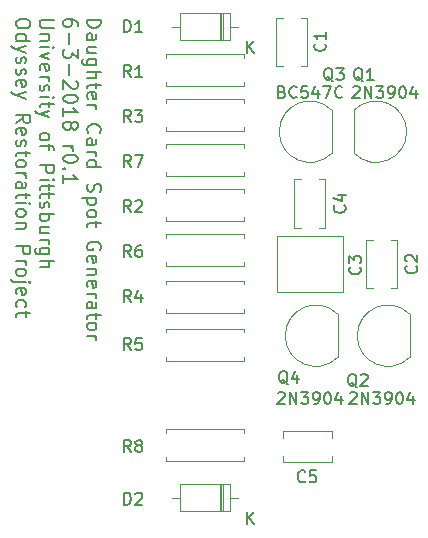
<source format=gbr>
G04 #@! TF.GenerationSoftware,KiCad,Pcbnew,(2017-12-21 revision 23d71cfa9)-makepkg*
G04 #@! TF.CreationDate,2018-06-03T16:52:53-04:00*
G04 #@! TF.ProjectId,OdysseyDaughterCardSpotGenerator,4F647973736579446175676874657243,0.1*
G04 #@! TF.SameCoordinates,Original*
G04 #@! TF.FileFunction,Legend,Top*
G04 #@! TF.FilePolarity,Positive*
%FSLAX46Y46*%
G04 Gerber Fmt 4.6, Leading zero omitted, Abs format (unit mm)*
G04 Created by KiCad (PCBNEW (2017-12-21 revision 23d71cfa9)-makepkg) date 06/03/18 16:52:53*
%MOMM*%
%LPD*%
G01*
G04 APERTURE LIST*
%ADD10C,0.200000*%
%ADD11C,0.120000*%
%ADD12C,0.150000*%
G04 APERTURE END LIST*
D10*
X130981142Y-80171714D02*
X132181142Y-80171714D01*
X132181142Y-80457428D01*
X132124000Y-80628857D01*
X132009714Y-80743142D01*
X131895428Y-80800285D01*
X131666857Y-80857428D01*
X131495428Y-80857428D01*
X131266857Y-80800285D01*
X131152571Y-80743142D01*
X131038285Y-80628857D01*
X130981142Y-80457428D01*
X130981142Y-80171714D01*
X130981142Y-81886000D02*
X131609714Y-81886000D01*
X131724000Y-81828857D01*
X131781142Y-81714571D01*
X131781142Y-81486000D01*
X131724000Y-81371714D01*
X131038285Y-81886000D02*
X130981142Y-81771714D01*
X130981142Y-81486000D01*
X131038285Y-81371714D01*
X131152571Y-81314571D01*
X131266857Y-81314571D01*
X131381142Y-81371714D01*
X131438285Y-81486000D01*
X131438285Y-81771714D01*
X131495428Y-81886000D01*
X131781142Y-82971714D02*
X130981142Y-82971714D01*
X131781142Y-82457428D02*
X131152571Y-82457428D01*
X131038285Y-82514571D01*
X130981142Y-82628857D01*
X130981142Y-82800285D01*
X131038285Y-82914571D01*
X131095428Y-82971714D01*
X131781142Y-84057428D02*
X130809714Y-84057428D01*
X130695428Y-84000285D01*
X130638285Y-83943142D01*
X130581142Y-83828857D01*
X130581142Y-83657428D01*
X130638285Y-83543142D01*
X131038285Y-84057428D02*
X130981142Y-83943142D01*
X130981142Y-83714571D01*
X131038285Y-83600285D01*
X131095428Y-83543142D01*
X131209714Y-83486000D01*
X131552571Y-83486000D01*
X131666857Y-83543142D01*
X131724000Y-83600285D01*
X131781142Y-83714571D01*
X131781142Y-83943142D01*
X131724000Y-84057428D01*
X130981142Y-84628857D02*
X132181142Y-84628857D01*
X130981142Y-85143142D02*
X131609714Y-85143142D01*
X131724000Y-85086000D01*
X131781142Y-84971714D01*
X131781142Y-84800285D01*
X131724000Y-84686000D01*
X131666857Y-84628857D01*
X131781142Y-85543142D02*
X131781142Y-86000285D01*
X132181142Y-85714571D02*
X131152571Y-85714571D01*
X131038285Y-85771714D01*
X130981142Y-85886000D01*
X130981142Y-86000285D01*
X131038285Y-86857428D02*
X130981142Y-86743142D01*
X130981142Y-86514571D01*
X131038285Y-86400285D01*
X131152571Y-86343142D01*
X131609714Y-86343142D01*
X131724000Y-86400285D01*
X131781142Y-86514571D01*
X131781142Y-86743142D01*
X131724000Y-86857428D01*
X131609714Y-86914571D01*
X131495428Y-86914571D01*
X131381142Y-86343142D01*
X130981142Y-87428857D02*
X131781142Y-87428857D01*
X131552571Y-87428857D02*
X131666857Y-87486000D01*
X131724000Y-87543142D01*
X131781142Y-87657428D01*
X131781142Y-87771714D01*
X131095428Y-89771714D02*
X131038285Y-89714571D01*
X130981142Y-89543142D01*
X130981142Y-89428857D01*
X131038285Y-89257428D01*
X131152571Y-89143142D01*
X131266857Y-89086000D01*
X131495428Y-89028857D01*
X131666857Y-89028857D01*
X131895428Y-89086000D01*
X132009714Y-89143142D01*
X132124000Y-89257428D01*
X132181142Y-89428857D01*
X132181142Y-89543142D01*
X132124000Y-89714571D01*
X132066857Y-89771714D01*
X130981142Y-90800285D02*
X131609714Y-90800285D01*
X131724000Y-90743142D01*
X131781142Y-90628857D01*
X131781142Y-90400285D01*
X131724000Y-90286000D01*
X131038285Y-90800285D02*
X130981142Y-90686000D01*
X130981142Y-90400285D01*
X131038285Y-90286000D01*
X131152571Y-90228857D01*
X131266857Y-90228857D01*
X131381142Y-90286000D01*
X131438285Y-90400285D01*
X131438285Y-90686000D01*
X131495428Y-90800285D01*
X130981142Y-91371714D02*
X131781142Y-91371714D01*
X131552571Y-91371714D02*
X131666857Y-91428857D01*
X131724000Y-91486000D01*
X131781142Y-91600285D01*
X131781142Y-91714571D01*
X130981142Y-92628857D02*
X132181142Y-92628857D01*
X131038285Y-92628857D02*
X130981142Y-92514571D01*
X130981142Y-92286000D01*
X131038285Y-92171714D01*
X131095428Y-92114571D01*
X131209714Y-92057428D01*
X131552571Y-92057428D01*
X131666857Y-92114571D01*
X131724000Y-92171714D01*
X131781142Y-92286000D01*
X131781142Y-92514571D01*
X131724000Y-92628857D01*
X131038285Y-94057428D02*
X130981142Y-94228857D01*
X130981142Y-94514571D01*
X131038285Y-94628857D01*
X131095428Y-94686000D01*
X131209714Y-94743142D01*
X131324000Y-94743142D01*
X131438285Y-94686000D01*
X131495428Y-94628857D01*
X131552571Y-94514571D01*
X131609714Y-94286000D01*
X131666857Y-94171714D01*
X131724000Y-94114571D01*
X131838285Y-94057428D01*
X131952571Y-94057428D01*
X132066857Y-94114571D01*
X132124000Y-94171714D01*
X132181142Y-94286000D01*
X132181142Y-94571714D01*
X132124000Y-94743142D01*
X131781142Y-95257428D02*
X130581142Y-95257428D01*
X131724000Y-95257428D02*
X131781142Y-95371714D01*
X131781142Y-95600285D01*
X131724000Y-95714571D01*
X131666857Y-95771714D01*
X131552571Y-95828857D01*
X131209714Y-95828857D01*
X131095428Y-95771714D01*
X131038285Y-95714571D01*
X130981142Y-95600285D01*
X130981142Y-95371714D01*
X131038285Y-95257428D01*
X130981142Y-96514571D02*
X131038285Y-96400285D01*
X131095428Y-96343142D01*
X131209714Y-96286000D01*
X131552571Y-96286000D01*
X131666857Y-96343142D01*
X131724000Y-96400285D01*
X131781142Y-96514571D01*
X131781142Y-96686000D01*
X131724000Y-96800285D01*
X131666857Y-96857428D01*
X131552571Y-96914571D01*
X131209714Y-96914571D01*
X131095428Y-96857428D01*
X131038285Y-96800285D01*
X130981142Y-96686000D01*
X130981142Y-96514571D01*
X131781142Y-97257428D02*
X131781142Y-97714571D01*
X132181142Y-97428857D02*
X131152571Y-97428857D01*
X131038285Y-97486000D01*
X130981142Y-97600285D01*
X130981142Y-97714571D01*
X132124000Y-99657428D02*
X132181142Y-99543142D01*
X132181142Y-99371714D01*
X132124000Y-99200285D01*
X132009714Y-99086000D01*
X131895428Y-99028857D01*
X131666857Y-98971714D01*
X131495428Y-98971714D01*
X131266857Y-99028857D01*
X131152571Y-99086000D01*
X131038285Y-99200285D01*
X130981142Y-99371714D01*
X130981142Y-99486000D01*
X131038285Y-99657428D01*
X131095428Y-99714571D01*
X131495428Y-99714571D01*
X131495428Y-99486000D01*
X131038285Y-100686000D02*
X130981142Y-100571714D01*
X130981142Y-100343142D01*
X131038285Y-100228857D01*
X131152571Y-100171714D01*
X131609714Y-100171714D01*
X131724000Y-100228857D01*
X131781142Y-100343142D01*
X131781142Y-100571714D01*
X131724000Y-100686000D01*
X131609714Y-100743142D01*
X131495428Y-100743142D01*
X131381142Y-100171714D01*
X131781142Y-101257428D02*
X130981142Y-101257428D01*
X131666857Y-101257428D02*
X131724000Y-101314571D01*
X131781142Y-101428857D01*
X131781142Y-101600285D01*
X131724000Y-101714571D01*
X131609714Y-101771714D01*
X130981142Y-101771714D01*
X131038285Y-102800285D02*
X130981142Y-102686000D01*
X130981142Y-102457428D01*
X131038285Y-102343142D01*
X131152571Y-102286000D01*
X131609714Y-102286000D01*
X131724000Y-102343142D01*
X131781142Y-102457428D01*
X131781142Y-102686000D01*
X131724000Y-102800285D01*
X131609714Y-102857428D01*
X131495428Y-102857428D01*
X131381142Y-102286000D01*
X130981142Y-103371714D02*
X131781142Y-103371714D01*
X131552571Y-103371714D02*
X131666857Y-103428857D01*
X131724000Y-103486000D01*
X131781142Y-103600285D01*
X131781142Y-103714571D01*
X130981142Y-104628857D02*
X131609714Y-104628857D01*
X131724000Y-104571714D01*
X131781142Y-104457428D01*
X131781142Y-104228857D01*
X131724000Y-104114571D01*
X131038285Y-104628857D02*
X130981142Y-104514571D01*
X130981142Y-104228857D01*
X131038285Y-104114571D01*
X131152571Y-104057428D01*
X131266857Y-104057428D01*
X131381142Y-104114571D01*
X131438285Y-104228857D01*
X131438285Y-104514571D01*
X131495428Y-104628857D01*
X131781142Y-105028857D02*
X131781142Y-105486000D01*
X132181142Y-105200285D02*
X131152571Y-105200285D01*
X131038285Y-105257428D01*
X130981142Y-105371714D01*
X130981142Y-105486000D01*
X130981142Y-106057428D02*
X131038285Y-105943142D01*
X131095428Y-105886000D01*
X131209714Y-105828857D01*
X131552571Y-105828857D01*
X131666857Y-105886000D01*
X131724000Y-105943142D01*
X131781142Y-106057428D01*
X131781142Y-106228857D01*
X131724000Y-106343142D01*
X131666857Y-106400285D01*
X131552571Y-106457428D01*
X131209714Y-106457428D01*
X131095428Y-106400285D01*
X131038285Y-106343142D01*
X130981142Y-106228857D01*
X130981142Y-106057428D01*
X130981142Y-106971714D02*
X131781142Y-106971714D01*
X131552571Y-106971714D02*
X131666857Y-107028857D01*
X131724000Y-107086000D01*
X131781142Y-107200285D01*
X131781142Y-107314571D01*
X130181142Y-80686000D02*
X130181142Y-80457428D01*
X130124000Y-80343142D01*
X130066857Y-80286000D01*
X129895428Y-80171714D01*
X129666857Y-80114571D01*
X129209714Y-80114571D01*
X129095428Y-80171714D01*
X129038285Y-80228857D01*
X128981142Y-80343142D01*
X128981142Y-80571714D01*
X129038285Y-80686000D01*
X129095428Y-80743142D01*
X129209714Y-80800285D01*
X129495428Y-80800285D01*
X129609714Y-80743142D01*
X129666857Y-80686000D01*
X129724000Y-80571714D01*
X129724000Y-80343142D01*
X129666857Y-80228857D01*
X129609714Y-80171714D01*
X129495428Y-80114571D01*
X129438285Y-81314571D02*
X129438285Y-82228857D01*
X130181142Y-82686000D02*
X130181142Y-83428857D01*
X129724000Y-83028857D01*
X129724000Y-83200285D01*
X129666857Y-83314571D01*
X129609714Y-83371714D01*
X129495428Y-83428857D01*
X129209714Y-83428857D01*
X129095428Y-83371714D01*
X129038285Y-83314571D01*
X128981142Y-83200285D01*
X128981142Y-82857428D01*
X129038285Y-82743142D01*
X129095428Y-82686000D01*
X129438285Y-83943142D02*
X129438285Y-84857428D01*
X130066857Y-85371714D02*
X130124000Y-85428857D01*
X130181142Y-85543142D01*
X130181142Y-85828857D01*
X130124000Y-85943142D01*
X130066857Y-86000285D01*
X129952571Y-86057428D01*
X129838285Y-86057428D01*
X129666857Y-86000285D01*
X128981142Y-85314571D01*
X128981142Y-86057428D01*
X130181142Y-86800285D02*
X130181142Y-86914571D01*
X130124000Y-87028857D01*
X130066857Y-87086000D01*
X129952571Y-87143142D01*
X129724000Y-87200285D01*
X129438285Y-87200285D01*
X129209714Y-87143142D01*
X129095428Y-87086000D01*
X129038285Y-87028857D01*
X128981142Y-86914571D01*
X128981142Y-86800285D01*
X129038285Y-86686000D01*
X129095428Y-86628857D01*
X129209714Y-86571714D01*
X129438285Y-86514571D01*
X129724000Y-86514571D01*
X129952571Y-86571714D01*
X130066857Y-86628857D01*
X130124000Y-86686000D01*
X130181142Y-86800285D01*
X128981142Y-88343142D02*
X128981142Y-87657428D01*
X128981142Y-88000285D02*
X130181142Y-88000285D01*
X130009714Y-87886000D01*
X129895428Y-87771714D01*
X129838285Y-87657428D01*
X129666857Y-89028857D02*
X129724000Y-88914571D01*
X129781142Y-88857428D01*
X129895428Y-88800285D01*
X129952571Y-88800285D01*
X130066857Y-88857428D01*
X130124000Y-88914571D01*
X130181142Y-89028857D01*
X130181142Y-89257428D01*
X130124000Y-89371714D01*
X130066857Y-89428857D01*
X129952571Y-89486000D01*
X129895428Y-89486000D01*
X129781142Y-89428857D01*
X129724000Y-89371714D01*
X129666857Y-89257428D01*
X129666857Y-89028857D01*
X129609714Y-88914571D01*
X129552571Y-88857428D01*
X129438285Y-88800285D01*
X129209714Y-88800285D01*
X129095428Y-88857428D01*
X129038285Y-88914571D01*
X128981142Y-89028857D01*
X128981142Y-89257428D01*
X129038285Y-89371714D01*
X129095428Y-89428857D01*
X129209714Y-89486000D01*
X129438285Y-89486000D01*
X129552571Y-89428857D01*
X129609714Y-89371714D01*
X129666857Y-89257428D01*
X128981142Y-90914571D02*
X129781142Y-90914571D01*
X129552571Y-90914571D02*
X129666857Y-90971714D01*
X129724000Y-91028857D01*
X129781142Y-91143142D01*
X129781142Y-91257428D01*
X130181142Y-91886000D02*
X130181142Y-92000285D01*
X130124000Y-92114571D01*
X130066857Y-92171714D01*
X129952571Y-92228857D01*
X129724000Y-92286000D01*
X129438285Y-92286000D01*
X129209714Y-92228857D01*
X129095428Y-92171714D01*
X129038285Y-92114571D01*
X128981142Y-92000285D01*
X128981142Y-91886000D01*
X129038285Y-91771714D01*
X129095428Y-91714571D01*
X129209714Y-91657428D01*
X129438285Y-91600285D01*
X129724000Y-91600285D01*
X129952571Y-91657428D01*
X130066857Y-91714571D01*
X130124000Y-91771714D01*
X130181142Y-91886000D01*
X129095428Y-92800285D02*
X129038285Y-92857428D01*
X128981142Y-92800285D01*
X129038285Y-92743142D01*
X129095428Y-92800285D01*
X128981142Y-92800285D01*
X128981142Y-94000285D02*
X128981142Y-93314571D01*
X128981142Y-93657428D02*
X130181142Y-93657428D01*
X130009714Y-93543142D01*
X129895428Y-93428857D01*
X129838285Y-93314571D01*
X128181142Y-80171714D02*
X127209714Y-80171714D01*
X127095428Y-80228857D01*
X127038285Y-80286000D01*
X126981142Y-80400285D01*
X126981142Y-80628857D01*
X127038285Y-80743142D01*
X127095428Y-80800285D01*
X127209714Y-80857428D01*
X128181142Y-80857428D01*
X127781142Y-81428857D02*
X126981142Y-81428857D01*
X127666857Y-81428857D02*
X127724000Y-81486000D01*
X127781142Y-81600285D01*
X127781142Y-81771714D01*
X127724000Y-81886000D01*
X127609714Y-81943142D01*
X126981142Y-81943142D01*
X126981142Y-82514571D02*
X127781142Y-82514571D01*
X128181142Y-82514571D02*
X128124000Y-82457428D01*
X128066857Y-82514571D01*
X128124000Y-82571714D01*
X128181142Y-82514571D01*
X128066857Y-82514571D01*
X127781142Y-82971714D02*
X126981142Y-83257428D01*
X127781142Y-83543142D01*
X127038285Y-84457428D02*
X126981142Y-84343142D01*
X126981142Y-84114571D01*
X127038285Y-84000285D01*
X127152571Y-83943142D01*
X127609714Y-83943142D01*
X127724000Y-84000285D01*
X127781142Y-84114571D01*
X127781142Y-84343142D01*
X127724000Y-84457428D01*
X127609714Y-84514571D01*
X127495428Y-84514571D01*
X127381142Y-83943142D01*
X126981142Y-85028857D02*
X127781142Y-85028857D01*
X127552571Y-85028857D02*
X127666857Y-85086000D01*
X127724000Y-85143142D01*
X127781142Y-85257428D01*
X127781142Y-85371714D01*
X127038285Y-85714571D02*
X126981142Y-85828857D01*
X126981142Y-86057428D01*
X127038285Y-86171714D01*
X127152571Y-86228857D01*
X127209714Y-86228857D01*
X127324000Y-86171714D01*
X127381142Y-86057428D01*
X127381142Y-85886000D01*
X127438285Y-85771714D01*
X127552571Y-85714571D01*
X127609714Y-85714571D01*
X127724000Y-85771714D01*
X127781142Y-85886000D01*
X127781142Y-86057428D01*
X127724000Y-86171714D01*
X126981142Y-86743142D02*
X127781142Y-86743142D01*
X128181142Y-86743142D02*
X128124000Y-86686000D01*
X128066857Y-86743142D01*
X128124000Y-86800285D01*
X128181142Y-86743142D01*
X128066857Y-86743142D01*
X127781142Y-87143142D02*
X127781142Y-87600285D01*
X128181142Y-87314571D02*
X127152571Y-87314571D01*
X127038285Y-87371714D01*
X126981142Y-87486000D01*
X126981142Y-87600285D01*
X127781142Y-87886000D02*
X126981142Y-88171714D01*
X127781142Y-88457428D02*
X126981142Y-88171714D01*
X126695428Y-88057428D01*
X126638285Y-88000285D01*
X126581142Y-87886000D01*
X126981142Y-90000285D02*
X127038285Y-89886000D01*
X127095428Y-89828857D01*
X127209714Y-89771714D01*
X127552571Y-89771714D01*
X127666857Y-89828857D01*
X127724000Y-89886000D01*
X127781142Y-90000285D01*
X127781142Y-90171714D01*
X127724000Y-90286000D01*
X127666857Y-90343142D01*
X127552571Y-90400285D01*
X127209714Y-90400285D01*
X127095428Y-90343142D01*
X127038285Y-90286000D01*
X126981142Y-90171714D01*
X126981142Y-90000285D01*
X127781142Y-90743142D02*
X127781142Y-91200285D01*
X126981142Y-90914571D02*
X128009714Y-90914571D01*
X128124000Y-90971714D01*
X128181142Y-91086000D01*
X128181142Y-91200285D01*
X126981142Y-92514571D02*
X128181142Y-92514571D01*
X128181142Y-92971714D01*
X128124000Y-93086000D01*
X128066857Y-93143142D01*
X127952571Y-93200285D01*
X127781142Y-93200285D01*
X127666857Y-93143142D01*
X127609714Y-93086000D01*
X127552571Y-92971714D01*
X127552571Y-92514571D01*
X126981142Y-93714571D02*
X127781142Y-93714571D01*
X128181142Y-93714571D02*
X128124000Y-93657428D01*
X128066857Y-93714571D01*
X128124000Y-93771714D01*
X128181142Y-93714571D01*
X128066857Y-93714571D01*
X127781142Y-94114571D02*
X127781142Y-94571714D01*
X128181142Y-94286000D02*
X127152571Y-94286000D01*
X127038285Y-94343142D01*
X126981142Y-94457428D01*
X126981142Y-94571714D01*
X127781142Y-94800285D02*
X127781142Y-95257428D01*
X128181142Y-94971714D02*
X127152571Y-94971714D01*
X127038285Y-95028857D01*
X126981142Y-95143142D01*
X126981142Y-95257428D01*
X127038285Y-95600285D02*
X126981142Y-95714571D01*
X126981142Y-95943142D01*
X127038285Y-96057428D01*
X127152571Y-96114571D01*
X127209714Y-96114571D01*
X127324000Y-96057428D01*
X127381142Y-95943142D01*
X127381142Y-95771714D01*
X127438285Y-95657428D01*
X127552571Y-95600285D01*
X127609714Y-95600285D01*
X127724000Y-95657428D01*
X127781142Y-95771714D01*
X127781142Y-95943142D01*
X127724000Y-96057428D01*
X126981142Y-96628857D02*
X128181142Y-96628857D01*
X127724000Y-96628857D02*
X127781142Y-96743142D01*
X127781142Y-96971714D01*
X127724000Y-97086000D01*
X127666857Y-97143142D01*
X127552571Y-97200285D01*
X127209714Y-97200285D01*
X127095428Y-97143142D01*
X127038285Y-97086000D01*
X126981142Y-96971714D01*
X126981142Y-96743142D01*
X127038285Y-96628857D01*
X127781142Y-98228857D02*
X126981142Y-98228857D01*
X127781142Y-97714571D02*
X127152571Y-97714571D01*
X127038285Y-97771714D01*
X126981142Y-97886000D01*
X126981142Y-98057428D01*
X127038285Y-98171714D01*
X127095428Y-98228857D01*
X126981142Y-98800285D02*
X127781142Y-98800285D01*
X127552571Y-98800285D02*
X127666857Y-98857428D01*
X127724000Y-98914571D01*
X127781142Y-99028857D01*
X127781142Y-99143142D01*
X127781142Y-100057428D02*
X126809714Y-100057428D01*
X126695428Y-100000285D01*
X126638285Y-99943142D01*
X126581142Y-99828857D01*
X126581142Y-99657428D01*
X126638285Y-99543142D01*
X127038285Y-100057428D02*
X126981142Y-99943142D01*
X126981142Y-99714571D01*
X127038285Y-99600285D01*
X127095428Y-99543142D01*
X127209714Y-99486000D01*
X127552571Y-99486000D01*
X127666857Y-99543142D01*
X127724000Y-99600285D01*
X127781142Y-99714571D01*
X127781142Y-99943142D01*
X127724000Y-100057428D01*
X126981142Y-100628857D02*
X128181142Y-100628857D01*
X126981142Y-101143142D02*
X127609714Y-101143142D01*
X127724000Y-101086000D01*
X127781142Y-100971714D01*
X127781142Y-100800285D01*
X127724000Y-100686000D01*
X127666857Y-100628857D01*
X126181142Y-80400285D02*
X126181142Y-80628857D01*
X126124000Y-80743142D01*
X126009714Y-80857428D01*
X125781142Y-80914571D01*
X125381142Y-80914571D01*
X125152571Y-80857428D01*
X125038285Y-80743142D01*
X124981142Y-80628857D01*
X124981142Y-80400285D01*
X125038285Y-80286000D01*
X125152571Y-80171714D01*
X125381142Y-80114571D01*
X125781142Y-80114571D01*
X126009714Y-80171714D01*
X126124000Y-80286000D01*
X126181142Y-80400285D01*
X124981142Y-81943142D02*
X126181142Y-81943142D01*
X125038285Y-81943142D02*
X124981142Y-81828857D01*
X124981142Y-81600285D01*
X125038285Y-81486000D01*
X125095428Y-81428857D01*
X125209714Y-81371714D01*
X125552571Y-81371714D01*
X125666857Y-81428857D01*
X125724000Y-81486000D01*
X125781142Y-81600285D01*
X125781142Y-81828857D01*
X125724000Y-81943142D01*
X125781142Y-82400285D02*
X124981142Y-82686000D01*
X125781142Y-82971714D02*
X124981142Y-82686000D01*
X124695428Y-82571714D01*
X124638285Y-82514571D01*
X124581142Y-82400285D01*
X125038285Y-83371714D02*
X124981142Y-83486000D01*
X124981142Y-83714571D01*
X125038285Y-83828857D01*
X125152571Y-83886000D01*
X125209714Y-83886000D01*
X125324000Y-83828857D01*
X125381142Y-83714571D01*
X125381142Y-83543142D01*
X125438285Y-83428857D01*
X125552571Y-83371714D01*
X125609714Y-83371714D01*
X125724000Y-83428857D01*
X125781142Y-83543142D01*
X125781142Y-83714571D01*
X125724000Y-83828857D01*
X125038285Y-84343142D02*
X124981142Y-84457428D01*
X124981142Y-84686000D01*
X125038285Y-84800285D01*
X125152571Y-84857428D01*
X125209714Y-84857428D01*
X125324000Y-84800285D01*
X125381142Y-84686000D01*
X125381142Y-84514571D01*
X125438285Y-84400285D01*
X125552571Y-84343142D01*
X125609714Y-84343142D01*
X125724000Y-84400285D01*
X125781142Y-84514571D01*
X125781142Y-84686000D01*
X125724000Y-84800285D01*
X125038285Y-85828857D02*
X124981142Y-85714571D01*
X124981142Y-85486000D01*
X125038285Y-85371714D01*
X125152571Y-85314571D01*
X125609714Y-85314571D01*
X125724000Y-85371714D01*
X125781142Y-85486000D01*
X125781142Y-85714571D01*
X125724000Y-85828857D01*
X125609714Y-85886000D01*
X125495428Y-85886000D01*
X125381142Y-85314571D01*
X125781142Y-86286000D02*
X124981142Y-86571714D01*
X125781142Y-86857428D02*
X124981142Y-86571714D01*
X124695428Y-86457428D01*
X124638285Y-86400285D01*
X124581142Y-86286000D01*
X124981142Y-88914571D02*
X125552571Y-88514571D01*
X124981142Y-88228857D02*
X126181142Y-88228857D01*
X126181142Y-88686000D01*
X126124000Y-88800285D01*
X126066857Y-88857428D01*
X125952571Y-88914571D01*
X125781142Y-88914571D01*
X125666857Y-88857428D01*
X125609714Y-88800285D01*
X125552571Y-88686000D01*
X125552571Y-88228857D01*
X125038285Y-89886000D02*
X124981142Y-89771714D01*
X124981142Y-89543142D01*
X125038285Y-89428857D01*
X125152571Y-89371714D01*
X125609714Y-89371714D01*
X125724000Y-89428857D01*
X125781142Y-89543142D01*
X125781142Y-89771714D01*
X125724000Y-89886000D01*
X125609714Y-89943142D01*
X125495428Y-89943142D01*
X125381142Y-89371714D01*
X125038285Y-90400285D02*
X124981142Y-90514571D01*
X124981142Y-90743142D01*
X125038285Y-90857428D01*
X125152571Y-90914571D01*
X125209714Y-90914571D01*
X125324000Y-90857428D01*
X125381142Y-90743142D01*
X125381142Y-90571714D01*
X125438285Y-90457428D01*
X125552571Y-90400285D01*
X125609714Y-90400285D01*
X125724000Y-90457428D01*
X125781142Y-90571714D01*
X125781142Y-90743142D01*
X125724000Y-90857428D01*
X125781142Y-91257428D02*
X125781142Y-91714571D01*
X126181142Y-91428857D02*
X125152571Y-91428857D01*
X125038285Y-91486000D01*
X124981142Y-91600285D01*
X124981142Y-91714571D01*
X124981142Y-92286000D02*
X125038285Y-92171714D01*
X125095428Y-92114571D01*
X125209714Y-92057428D01*
X125552571Y-92057428D01*
X125666857Y-92114571D01*
X125724000Y-92171714D01*
X125781142Y-92286000D01*
X125781142Y-92457428D01*
X125724000Y-92571714D01*
X125666857Y-92628857D01*
X125552571Y-92686000D01*
X125209714Y-92686000D01*
X125095428Y-92628857D01*
X125038285Y-92571714D01*
X124981142Y-92457428D01*
X124981142Y-92286000D01*
X124981142Y-93200285D02*
X125781142Y-93200285D01*
X125552571Y-93200285D02*
X125666857Y-93257428D01*
X125724000Y-93314571D01*
X125781142Y-93428857D01*
X125781142Y-93543142D01*
X124981142Y-94457428D02*
X125609714Y-94457428D01*
X125724000Y-94400285D01*
X125781142Y-94286000D01*
X125781142Y-94057428D01*
X125724000Y-93943142D01*
X125038285Y-94457428D02*
X124981142Y-94343142D01*
X124981142Y-94057428D01*
X125038285Y-93943142D01*
X125152571Y-93886000D01*
X125266857Y-93886000D01*
X125381142Y-93943142D01*
X125438285Y-94057428D01*
X125438285Y-94343142D01*
X125495428Y-94457428D01*
X125781142Y-94857428D02*
X125781142Y-95314571D01*
X126181142Y-95028857D02*
X125152571Y-95028857D01*
X125038285Y-95086000D01*
X124981142Y-95200285D01*
X124981142Y-95314571D01*
X124981142Y-95714571D02*
X125781142Y-95714571D01*
X126181142Y-95714571D02*
X126124000Y-95657428D01*
X126066857Y-95714571D01*
X126124000Y-95771714D01*
X126181142Y-95714571D01*
X126066857Y-95714571D01*
X124981142Y-96457428D02*
X125038285Y-96343142D01*
X125095428Y-96286000D01*
X125209714Y-96228857D01*
X125552571Y-96228857D01*
X125666857Y-96286000D01*
X125724000Y-96343142D01*
X125781142Y-96457428D01*
X125781142Y-96628857D01*
X125724000Y-96743142D01*
X125666857Y-96800285D01*
X125552571Y-96857428D01*
X125209714Y-96857428D01*
X125095428Y-96800285D01*
X125038285Y-96743142D01*
X124981142Y-96628857D01*
X124981142Y-96457428D01*
X125781142Y-97371714D02*
X124981142Y-97371714D01*
X125666857Y-97371714D02*
X125724000Y-97428857D01*
X125781142Y-97543142D01*
X125781142Y-97714571D01*
X125724000Y-97828857D01*
X125609714Y-97886000D01*
X124981142Y-97886000D01*
X124981142Y-99371714D02*
X126181142Y-99371714D01*
X126181142Y-99828857D01*
X126124000Y-99943142D01*
X126066857Y-100000285D01*
X125952571Y-100057428D01*
X125781142Y-100057428D01*
X125666857Y-100000285D01*
X125609714Y-99943142D01*
X125552571Y-99828857D01*
X125552571Y-99371714D01*
X124981142Y-100571714D02*
X125781142Y-100571714D01*
X125552571Y-100571714D02*
X125666857Y-100628857D01*
X125724000Y-100686000D01*
X125781142Y-100800285D01*
X125781142Y-100914571D01*
X124981142Y-101486000D02*
X125038285Y-101371714D01*
X125095428Y-101314571D01*
X125209714Y-101257428D01*
X125552571Y-101257428D01*
X125666857Y-101314571D01*
X125724000Y-101371714D01*
X125781142Y-101486000D01*
X125781142Y-101657428D01*
X125724000Y-101771714D01*
X125666857Y-101828857D01*
X125552571Y-101886000D01*
X125209714Y-101886000D01*
X125095428Y-101828857D01*
X125038285Y-101771714D01*
X124981142Y-101657428D01*
X124981142Y-101486000D01*
X125781142Y-102400285D02*
X124752571Y-102400285D01*
X124638285Y-102343142D01*
X124581142Y-102228857D01*
X124581142Y-102171714D01*
X126181142Y-102400285D02*
X126124000Y-102343142D01*
X126066857Y-102400285D01*
X126124000Y-102457428D01*
X126181142Y-102400285D01*
X126066857Y-102400285D01*
X125038285Y-103428857D02*
X124981142Y-103314571D01*
X124981142Y-103086000D01*
X125038285Y-102971714D01*
X125152571Y-102914571D01*
X125609714Y-102914571D01*
X125724000Y-102971714D01*
X125781142Y-103086000D01*
X125781142Y-103314571D01*
X125724000Y-103428857D01*
X125609714Y-103486000D01*
X125495428Y-103486000D01*
X125381142Y-102914571D01*
X125038285Y-104514571D02*
X124981142Y-104400285D01*
X124981142Y-104171714D01*
X125038285Y-104057428D01*
X125095428Y-104000285D01*
X125209714Y-103943142D01*
X125552571Y-103943142D01*
X125666857Y-104000285D01*
X125724000Y-104057428D01*
X125781142Y-104171714D01*
X125781142Y-104400285D01*
X125724000Y-104514571D01*
X125781142Y-104857428D02*
X125781142Y-105314571D01*
X126181142Y-105028857D02*
X125152571Y-105028857D01*
X125038285Y-105086000D01*
X124981142Y-105200285D01*
X124981142Y-105314571D01*
D11*
X147026000Y-84122000D02*
X147026000Y-80002000D01*
X149646000Y-84122000D02*
X149646000Y-80002000D01*
X147026000Y-84122000D02*
X147586000Y-84122000D01*
X149086000Y-84122000D02*
X149646000Y-84122000D01*
X147026000Y-80002000D02*
X147586000Y-80002000D01*
X149086000Y-80002000D02*
X149646000Y-80002000D01*
X156706000Y-98798000D02*
X157266000Y-98798000D01*
X154646000Y-98798000D02*
X155206000Y-98798000D01*
X156706000Y-102918000D02*
X157266000Y-102918000D01*
X154646000Y-102918000D02*
X155206000Y-102918000D01*
X157266000Y-102918000D02*
X157266000Y-98798000D01*
X154646000Y-102918000D02*
X154646000Y-98798000D01*
X147050000Y-103218000D02*
X147050000Y-98498000D01*
X152670000Y-103218000D02*
X152670000Y-98498000D01*
X147050000Y-103218000D02*
X152670000Y-103218000D01*
X147050000Y-98498000D02*
X152670000Y-98498000D01*
X151170000Y-93678000D02*
X151170000Y-97798000D01*
X148550000Y-93678000D02*
X148550000Y-97798000D01*
X151170000Y-93678000D02*
X150610000Y-93678000D01*
X149110000Y-93678000D02*
X148550000Y-93678000D01*
X151170000Y-97798000D02*
X150610000Y-97798000D01*
X149110000Y-97798000D02*
X148550000Y-97798000D01*
X147566000Y-115582000D02*
X147566000Y-115022000D01*
X147566000Y-117642000D02*
X147566000Y-117082000D01*
X151686000Y-115582000D02*
X151686000Y-115022000D01*
X151686000Y-117642000D02*
X151686000Y-117082000D01*
X151686000Y-115022000D02*
X147566000Y-115022000D01*
X151686000Y-117642000D02*
X147566000Y-117642000D01*
X142490000Y-81892000D02*
X142490000Y-79652000D01*
X142250000Y-81892000D02*
X142250000Y-79652000D01*
X142370000Y-81892000D02*
X142370000Y-79652000D01*
X138200000Y-80772000D02*
X138850000Y-80772000D01*
X143740000Y-80772000D02*
X143090000Y-80772000D01*
X138850000Y-81892000D02*
X143090000Y-81892000D01*
X138850000Y-79652000D02*
X138850000Y-81892000D01*
X143090000Y-79652000D02*
X138850000Y-79652000D01*
X143090000Y-81892000D02*
X143090000Y-79652000D01*
X143090000Y-121770000D02*
X143090000Y-119530000D01*
X143090000Y-119530000D02*
X138850000Y-119530000D01*
X138850000Y-119530000D02*
X138850000Y-121770000D01*
X138850000Y-121770000D02*
X143090000Y-121770000D01*
X143740000Y-120650000D02*
X143090000Y-120650000D01*
X138200000Y-120650000D02*
X138850000Y-120650000D01*
X142370000Y-121770000D02*
X142370000Y-119530000D01*
X142250000Y-121770000D02*
X142250000Y-119530000D01*
X142490000Y-121770000D02*
X142490000Y-119530000D01*
X153609522Y-91500478D02*
G75*
G03X158048000Y-89662000I1838478J1838478D01*
G01*
X153609522Y-87823522D02*
G75*
G02X158048000Y-89662000I1838478J-1838478D01*
G01*
X153598000Y-87862000D02*
X153598000Y-91462000D01*
X158314000Y-108734000D02*
X158314000Y-105134000D01*
X158302478Y-108772478D02*
G75*
G02X153864000Y-106934000I-1838478J1838478D01*
G01*
X158302478Y-105095522D02*
G75*
G03X153864000Y-106934000I-1838478J-1838478D01*
G01*
X151710000Y-91462000D02*
X151710000Y-87862000D01*
X151698478Y-91500478D02*
G75*
G02X147260000Y-89662000I-1838478J1838478D01*
G01*
X151698478Y-87823522D02*
G75*
G03X147260000Y-89662000I-1838478J-1838478D01*
G01*
X152206478Y-105095522D02*
G75*
G03X147768000Y-106934000I-1838478J-1838478D01*
G01*
X152206478Y-108772478D02*
G75*
G02X147768000Y-106934000I-1838478J1838478D01*
G01*
X152218000Y-108734000D02*
X152218000Y-105134000D01*
X144240000Y-85495000D02*
X144240000Y-85825000D01*
X144240000Y-85825000D02*
X137700000Y-85825000D01*
X137700000Y-85825000D02*
X137700000Y-85495000D01*
X144240000Y-83415000D02*
X144240000Y-83085000D01*
X144240000Y-83085000D02*
X137700000Y-83085000D01*
X137700000Y-83085000D02*
X137700000Y-83415000D01*
X144240000Y-97255000D02*
X144240000Y-96925000D01*
X137700000Y-97255000D02*
X144240000Y-97255000D01*
X137700000Y-96925000D02*
X137700000Y-97255000D01*
X144240000Y-94515000D02*
X144240000Y-94845000D01*
X137700000Y-94515000D02*
X144240000Y-94515000D01*
X137700000Y-94845000D02*
X137700000Y-94515000D01*
X144240000Y-89635000D02*
X144240000Y-89305000D01*
X137700000Y-89635000D02*
X144240000Y-89635000D01*
X137700000Y-89305000D02*
X137700000Y-89635000D01*
X144240000Y-86895000D02*
X144240000Y-87225000D01*
X137700000Y-86895000D02*
X144240000Y-86895000D01*
X137700000Y-87225000D02*
X137700000Y-86895000D01*
X137700000Y-102592000D02*
X137700000Y-102262000D01*
X137700000Y-102262000D02*
X144240000Y-102262000D01*
X144240000Y-102262000D02*
X144240000Y-102592000D01*
X137700000Y-104672000D02*
X137700000Y-105002000D01*
X137700000Y-105002000D02*
X144240000Y-105002000D01*
X144240000Y-105002000D02*
X144240000Y-104672000D01*
X137700000Y-106326000D02*
X137700000Y-106656000D01*
X144240000Y-106326000D02*
X137700000Y-106326000D01*
X144240000Y-106656000D02*
X144240000Y-106326000D01*
X137700000Y-109066000D02*
X137700000Y-108736000D01*
X144240000Y-109066000D02*
X137700000Y-109066000D01*
X144240000Y-108736000D02*
X144240000Y-109066000D01*
X144240000Y-100735000D02*
X144240000Y-101065000D01*
X144240000Y-101065000D02*
X137700000Y-101065000D01*
X137700000Y-101065000D02*
X137700000Y-100735000D01*
X144240000Y-98655000D02*
X144240000Y-98325000D01*
X144240000Y-98325000D02*
X137700000Y-98325000D01*
X137700000Y-98325000D02*
X137700000Y-98655000D01*
X144240000Y-93115000D02*
X144240000Y-93445000D01*
X144240000Y-93445000D02*
X137700000Y-93445000D01*
X137700000Y-93445000D02*
X137700000Y-93115000D01*
X144240000Y-91035000D02*
X144240000Y-90705000D01*
X144240000Y-90705000D02*
X137700000Y-90705000D01*
X137700000Y-90705000D02*
X137700000Y-91035000D01*
X137700000Y-114835000D02*
X137700000Y-115165000D01*
X144240000Y-114835000D02*
X137700000Y-114835000D01*
X144240000Y-115165000D02*
X144240000Y-114835000D01*
X137700000Y-117575000D02*
X137700000Y-117245000D01*
X144240000Y-117575000D02*
X137700000Y-117575000D01*
X144240000Y-117245000D02*
X144240000Y-117575000D01*
D12*
X151106142Y-82208666D02*
X151153761Y-82256285D01*
X151201380Y-82399142D01*
X151201380Y-82494380D01*
X151153761Y-82637238D01*
X151058523Y-82732476D01*
X150963285Y-82780095D01*
X150772809Y-82827714D01*
X150629952Y-82827714D01*
X150439476Y-82780095D01*
X150344238Y-82732476D01*
X150249000Y-82637238D01*
X150201380Y-82494380D01*
X150201380Y-82399142D01*
X150249000Y-82256285D01*
X150296619Y-82208666D01*
X151201380Y-81256285D02*
X151201380Y-81827714D01*
X151201380Y-81542000D02*
X150201380Y-81542000D01*
X150344238Y-81637238D01*
X150439476Y-81732476D01*
X150487095Y-81827714D01*
X158853142Y-101024666D02*
X158900761Y-101072285D01*
X158948380Y-101215142D01*
X158948380Y-101310380D01*
X158900761Y-101453238D01*
X158805523Y-101548476D01*
X158710285Y-101596095D01*
X158519809Y-101643714D01*
X158376952Y-101643714D01*
X158186476Y-101596095D01*
X158091238Y-101548476D01*
X157996000Y-101453238D01*
X157948380Y-101310380D01*
X157948380Y-101215142D01*
X157996000Y-101072285D01*
X158043619Y-101024666D01*
X158043619Y-100643714D02*
X157996000Y-100596095D01*
X157948380Y-100500857D01*
X157948380Y-100262761D01*
X157996000Y-100167523D01*
X158043619Y-100119904D01*
X158138857Y-100072285D01*
X158234095Y-100072285D01*
X158376952Y-100119904D01*
X158948380Y-100691333D01*
X158948380Y-100072285D01*
X154090642Y-101131666D02*
X154138261Y-101179285D01*
X154185880Y-101322142D01*
X154185880Y-101417380D01*
X154138261Y-101560238D01*
X154043023Y-101655476D01*
X153947785Y-101703095D01*
X153757309Y-101750714D01*
X153614452Y-101750714D01*
X153423976Y-101703095D01*
X153328738Y-101655476D01*
X153233500Y-101560238D01*
X153185880Y-101417380D01*
X153185880Y-101322142D01*
X153233500Y-101179285D01*
X153281119Y-101131666D01*
X153185880Y-100798333D02*
X153185880Y-100179285D01*
X153566833Y-100512619D01*
X153566833Y-100369761D01*
X153614452Y-100274523D01*
X153662071Y-100226904D01*
X153757309Y-100179285D01*
X153995404Y-100179285D01*
X154090642Y-100226904D01*
X154138261Y-100274523D01*
X154185880Y-100369761D01*
X154185880Y-100655476D01*
X154138261Y-100750714D01*
X154090642Y-100798333D01*
X152777142Y-95904666D02*
X152824761Y-95952285D01*
X152872380Y-96095142D01*
X152872380Y-96190380D01*
X152824761Y-96333238D01*
X152729523Y-96428476D01*
X152634285Y-96476095D01*
X152443809Y-96523714D01*
X152300952Y-96523714D01*
X152110476Y-96476095D01*
X152015238Y-96428476D01*
X151920000Y-96333238D01*
X151872380Y-96190380D01*
X151872380Y-96095142D01*
X151920000Y-95952285D01*
X151967619Y-95904666D01*
X152205714Y-95047523D02*
X152872380Y-95047523D01*
X151824761Y-95285619D02*
X152539047Y-95523714D01*
X152539047Y-94904666D01*
X149459333Y-119249142D02*
X149411714Y-119296761D01*
X149268857Y-119344380D01*
X149173619Y-119344380D01*
X149030761Y-119296761D01*
X148935523Y-119201523D01*
X148887904Y-119106285D01*
X148840285Y-118915809D01*
X148840285Y-118772952D01*
X148887904Y-118582476D01*
X148935523Y-118487238D01*
X149030761Y-118392000D01*
X149173619Y-118344380D01*
X149268857Y-118344380D01*
X149411714Y-118392000D01*
X149459333Y-118439619D01*
X150364095Y-118344380D02*
X149887904Y-118344380D01*
X149840285Y-118820571D01*
X149887904Y-118772952D01*
X149983142Y-118725333D01*
X150221238Y-118725333D01*
X150316476Y-118772952D01*
X150364095Y-118820571D01*
X150411714Y-118915809D01*
X150411714Y-119153904D01*
X150364095Y-119249142D01*
X150316476Y-119296761D01*
X150221238Y-119344380D01*
X149983142Y-119344380D01*
X149887904Y-119296761D01*
X149840285Y-119249142D01*
X134135904Y-81224380D02*
X134135904Y-80224380D01*
X134374000Y-80224380D01*
X134516857Y-80272000D01*
X134612095Y-80367238D01*
X134659714Y-80462476D01*
X134707333Y-80652952D01*
X134707333Y-80795809D01*
X134659714Y-80986285D01*
X134612095Y-81081523D01*
X134516857Y-81176761D01*
X134374000Y-81224380D01*
X134135904Y-81224380D01*
X135659714Y-81224380D02*
X135088285Y-81224380D01*
X135374000Y-81224380D02*
X135374000Y-80224380D01*
X135278761Y-80367238D01*
X135183523Y-80462476D01*
X135088285Y-80510095D01*
X144518095Y-83024380D02*
X144518095Y-82024380D01*
X145089523Y-83024380D02*
X144660952Y-82452952D01*
X145089523Y-82024380D02*
X144518095Y-82595809D01*
X134135904Y-121229380D02*
X134135904Y-120229380D01*
X134374000Y-120229380D01*
X134516857Y-120277000D01*
X134612095Y-120372238D01*
X134659714Y-120467476D01*
X134707333Y-120657952D01*
X134707333Y-120800809D01*
X134659714Y-120991285D01*
X134612095Y-121086523D01*
X134516857Y-121181761D01*
X134374000Y-121229380D01*
X134135904Y-121229380D01*
X135088285Y-120324619D02*
X135135904Y-120277000D01*
X135231142Y-120229380D01*
X135469238Y-120229380D01*
X135564476Y-120277000D01*
X135612095Y-120324619D01*
X135659714Y-120419857D01*
X135659714Y-120515095D01*
X135612095Y-120657952D01*
X135040666Y-121229380D01*
X135659714Y-121229380D01*
X144518095Y-122902380D02*
X144518095Y-121902380D01*
X145089523Y-122902380D02*
X144660952Y-122330952D01*
X145089523Y-121902380D02*
X144518095Y-122473809D01*
X154336761Y-85383619D02*
X154241523Y-85336000D01*
X154146285Y-85240761D01*
X154003428Y-85097904D01*
X153908190Y-85050285D01*
X153812952Y-85050285D01*
X153860571Y-85288380D02*
X153765333Y-85240761D01*
X153670095Y-85145523D01*
X153622476Y-84955047D01*
X153622476Y-84621714D01*
X153670095Y-84431238D01*
X153765333Y-84336000D01*
X153860571Y-84288380D01*
X154051047Y-84288380D01*
X154146285Y-84336000D01*
X154241523Y-84431238D01*
X154289142Y-84621714D01*
X154289142Y-84955047D01*
X154241523Y-85145523D01*
X154146285Y-85240761D01*
X154051047Y-85288380D01*
X153860571Y-85288380D01*
X155241523Y-85288380D02*
X154670095Y-85288380D01*
X154955809Y-85288380D02*
X154955809Y-84288380D01*
X154860571Y-84431238D01*
X154765333Y-84526476D01*
X154670095Y-84574095D01*
X153495714Y-85907619D02*
X153543333Y-85860000D01*
X153638571Y-85812380D01*
X153876666Y-85812380D01*
X153971904Y-85860000D01*
X154019523Y-85907619D01*
X154067142Y-86002857D01*
X154067142Y-86098095D01*
X154019523Y-86240952D01*
X153448095Y-86812380D01*
X154067142Y-86812380D01*
X154495714Y-86812380D02*
X154495714Y-85812380D01*
X155067142Y-86812380D01*
X155067142Y-85812380D01*
X155448095Y-85812380D02*
X156067142Y-85812380D01*
X155733809Y-86193333D01*
X155876666Y-86193333D01*
X155971904Y-86240952D01*
X156019523Y-86288571D01*
X156067142Y-86383809D01*
X156067142Y-86621904D01*
X156019523Y-86717142D01*
X155971904Y-86764761D01*
X155876666Y-86812380D01*
X155590952Y-86812380D01*
X155495714Y-86764761D01*
X155448095Y-86717142D01*
X156543333Y-86812380D02*
X156733809Y-86812380D01*
X156829047Y-86764761D01*
X156876666Y-86717142D01*
X156971904Y-86574285D01*
X157019523Y-86383809D01*
X157019523Y-86002857D01*
X156971904Y-85907619D01*
X156924285Y-85860000D01*
X156829047Y-85812380D01*
X156638571Y-85812380D01*
X156543333Y-85860000D01*
X156495714Y-85907619D01*
X156448095Y-86002857D01*
X156448095Y-86240952D01*
X156495714Y-86336190D01*
X156543333Y-86383809D01*
X156638571Y-86431428D01*
X156829047Y-86431428D01*
X156924285Y-86383809D01*
X156971904Y-86336190D01*
X157019523Y-86240952D01*
X157638571Y-85812380D02*
X157733809Y-85812380D01*
X157829047Y-85860000D01*
X157876666Y-85907619D01*
X157924285Y-86002857D01*
X157971904Y-86193333D01*
X157971904Y-86431428D01*
X157924285Y-86621904D01*
X157876666Y-86717142D01*
X157829047Y-86764761D01*
X157733809Y-86812380D01*
X157638571Y-86812380D01*
X157543333Y-86764761D01*
X157495714Y-86717142D01*
X157448095Y-86621904D01*
X157400476Y-86431428D01*
X157400476Y-86193333D01*
X157448095Y-86002857D01*
X157495714Y-85907619D01*
X157543333Y-85860000D01*
X157638571Y-85812380D01*
X158829047Y-86145714D02*
X158829047Y-86812380D01*
X158590952Y-85764761D02*
X158352857Y-86479047D01*
X158971904Y-86479047D01*
X153828761Y-111291619D02*
X153733523Y-111244000D01*
X153638285Y-111148761D01*
X153495428Y-111005904D01*
X153400190Y-110958285D01*
X153304952Y-110958285D01*
X153352571Y-111196380D02*
X153257333Y-111148761D01*
X153162095Y-111053523D01*
X153114476Y-110863047D01*
X153114476Y-110529714D01*
X153162095Y-110339238D01*
X153257333Y-110244000D01*
X153352571Y-110196380D01*
X153543047Y-110196380D01*
X153638285Y-110244000D01*
X153733523Y-110339238D01*
X153781142Y-110529714D01*
X153781142Y-110863047D01*
X153733523Y-111053523D01*
X153638285Y-111148761D01*
X153543047Y-111196380D01*
X153352571Y-111196380D01*
X154162095Y-110291619D02*
X154209714Y-110244000D01*
X154304952Y-110196380D01*
X154543047Y-110196380D01*
X154638285Y-110244000D01*
X154685904Y-110291619D01*
X154733523Y-110386857D01*
X154733523Y-110482095D01*
X154685904Y-110624952D01*
X154114476Y-111196380D01*
X154733523Y-111196380D01*
X153241714Y-111815619D02*
X153289333Y-111768000D01*
X153384571Y-111720380D01*
X153622666Y-111720380D01*
X153717904Y-111768000D01*
X153765523Y-111815619D01*
X153813142Y-111910857D01*
X153813142Y-112006095D01*
X153765523Y-112148952D01*
X153194095Y-112720380D01*
X153813142Y-112720380D01*
X154241714Y-112720380D02*
X154241714Y-111720380D01*
X154813142Y-112720380D01*
X154813142Y-111720380D01*
X155194095Y-111720380D02*
X155813142Y-111720380D01*
X155479809Y-112101333D01*
X155622666Y-112101333D01*
X155717904Y-112148952D01*
X155765523Y-112196571D01*
X155813142Y-112291809D01*
X155813142Y-112529904D01*
X155765523Y-112625142D01*
X155717904Y-112672761D01*
X155622666Y-112720380D01*
X155336952Y-112720380D01*
X155241714Y-112672761D01*
X155194095Y-112625142D01*
X156289333Y-112720380D02*
X156479809Y-112720380D01*
X156575047Y-112672761D01*
X156622666Y-112625142D01*
X156717904Y-112482285D01*
X156765523Y-112291809D01*
X156765523Y-111910857D01*
X156717904Y-111815619D01*
X156670285Y-111768000D01*
X156575047Y-111720380D01*
X156384571Y-111720380D01*
X156289333Y-111768000D01*
X156241714Y-111815619D01*
X156194095Y-111910857D01*
X156194095Y-112148952D01*
X156241714Y-112244190D01*
X156289333Y-112291809D01*
X156384571Y-112339428D01*
X156575047Y-112339428D01*
X156670285Y-112291809D01*
X156717904Y-112244190D01*
X156765523Y-112148952D01*
X157384571Y-111720380D02*
X157479809Y-111720380D01*
X157575047Y-111768000D01*
X157622666Y-111815619D01*
X157670285Y-111910857D01*
X157717904Y-112101333D01*
X157717904Y-112339428D01*
X157670285Y-112529904D01*
X157622666Y-112625142D01*
X157575047Y-112672761D01*
X157479809Y-112720380D01*
X157384571Y-112720380D01*
X157289333Y-112672761D01*
X157241714Y-112625142D01*
X157194095Y-112529904D01*
X157146476Y-112339428D01*
X157146476Y-112101333D01*
X157194095Y-111910857D01*
X157241714Y-111815619D01*
X157289333Y-111768000D01*
X157384571Y-111720380D01*
X158575047Y-112053714D02*
X158575047Y-112720380D01*
X158336952Y-111672761D02*
X158098857Y-112387047D01*
X158717904Y-112387047D01*
X151796761Y-85383619D02*
X151701523Y-85336000D01*
X151606285Y-85240761D01*
X151463428Y-85097904D01*
X151368190Y-85050285D01*
X151272952Y-85050285D01*
X151320571Y-85288380D02*
X151225333Y-85240761D01*
X151130095Y-85145523D01*
X151082476Y-84955047D01*
X151082476Y-84621714D01*
X151130095Y-84431238D01*
X151225333Y-84336000D01*
X151320571Y-84288380D01*
X151511047Y-84288380D01*
X151606285Y-84336000D01*
X151701523Y-84431238D01*
X151749142Y-84621714D01*
X151749142Y-84955047D01*
X151701523Y-85145523D01*
X151606285Y-85240761D01*
X151511047Y-85288380D01*
X151320571Y-85288380D01*
X152082476Y-84288380D02*
X152701523Y-84288380D01*
X152368190Y-84669333D01*
X152511047Y-84669333D01*
X152606285Y-84716952D01*
X152653904Y-84764571D01*
X152701523Y-84859809D01*
X152701523Y-85097904D01*
X152653904Y-85193142D01*
X152606285Y-85240761D01*
X152511047Y-85288380D01*
X152225333Y-85288380D01*
X152130095Y-85240761D01*
X152082476Y-85193142D01*
X147502857Y-86288571D02*
X147645714Y-86336190D01*
X147693333Y-86383809D01*
X147740952Y-86479047D01*
X147740952Y-86621904D01*
X147693333Y-86717142D01*
X147645714Y-86764761D01*
X147550476Y-86812380D01*
X147169523Y-86812380D01*
X147169523Y-85812380D01*
X147502857Y-85812380D01*
X147598095Y-85860000D01*
X147645714Y-85907619D01*
X147693333Y-86002857D01*
X147693333Y-86098095D01*
X147645714Y-86193333D01*
X147598095Y-86240952D01*
X147502857Y-86288571D01*
X147169523Y-86288571D01*
X148740952Y-86717142D02*
X148693333Y-86764761D01*
X148550476Y-86812380D01*
X148455238Y-86812380D01*
X148312380Y-86764761D01*
X148217142Y-86669523D01*
X148169523Y-86574285D01*
X148121904Y-86383809D01*
X148121904Y-86240952D01*
X148169523Y-86050476D01*
X148217142Y-85955238D01*
X148312380Y-85860000D01*
X148455238Y-85812380D01*
X148550476Y-85812380D01*
X148693333Y-85860000D01*
X148740952Y-85907619D01*
X149645714Y-85812380D02*
X149169523Y-85812380D01*
X149121904Y-86288571D01*
X149169523Y-86240952D01*
X149264761Y-86193333D01*
X149502857Y-86193333D01*
X149598095Y-86240952D01*
X149645714Y-86288571D01*
X149693333Y-86383809D01*
X149693333Y-86621904D01*
X149645714Y-86717142D01*
X149598095Y-86764761D01*
X149502857Y-86812380D01*
X149264761Y-86812380D01*
X149169523Y-86764761D01*
X149121904Y-86717142D01*
X150550476Y-86145714D02*
X150550476Y-86812380D01*
X150312380Y-85764761D02*
X150074285Y-86479047D01*
X150693333Y-86479047D01*
X150979047Y-85812380D02*
X151645714Y-85812380D01*
X151217142Y-86812380D01*
X152598095Y-86717142D02*
X152550476Y-86764761D01*
X152407619Y-86812380D01*
X152312380Y-86812380D01*
X152169523Y-86764761D01*
X152074285Y-86669523D01*
X152026666Y-86574285D01*
X151979047Y-86383809D01*
X151979047Y-86240952D01*
X152026666Y-86050476D01*
X152074285Y-85955238D01*
X152169523Y-85860000D01*
X152312380Y-85812380D01*
X152407619Y-85812380D01*
X152550476Y-85860000D01*
X152598095Y-85907619D01*
X147986761Y-111037619D02*
X147891523Y-110990000D01*
X147796285Y-110894761D01*
X147653428Y-110751904D01*
X147558190Y-110704285D01*
X147462952Y-110704285D01*
X147510571Y-110942380D02*
X147415333Y-110894761D01*
X147320095Y-110799523D01*
X147272476Y-110609047D01*
X147272476Y-110275714D01*
X147320095Y-110085238D01*
X147415333Y-109990000D01*
X147510571Y-109942380D01*
X147701047Y-109942380D01*
X147796285Y-109990000D01*
X147891523Y-110085238D01*
X147939142Y-110275714D01*
X147939142Y-110609047D01*
X147891523Y-110799523D01*
X147796285Y-110894761D01*
X147701047Y-110942380D01*
X147510571Y-110942380D01*
X148796285Y-110275714D02*
X148796285Y-110942380D01*
X148558190Y-109894761D02*
X148320095Y-110609047D01*
X148939142Y-110609047D01*
X147145714Y-111815619D02*
X147193333Y-111768000D01*
X147288571Y-111720380D01*
X147526666Y-111720380D01*
X147621904Y-111768000D01*
X147669523Y-111815619D01*
X147717142Y-111910857D01*
X147717142Y-112006095D01*
X147669523Y-112148952D01*
X147098095Y-112720380D01*
X147717142Y-112720380D01*
X148145714Y-112720380D02*
X148145714Y-111720380D01*
X148717142Y-112720380D01*
X148717142Y-111720380D01*
X149098095Y-111720380D02*
X149717142Y-111720380D01*
X149383809Y-112101333D01*
X149526666Y-112101333D01*
X149621904Y-112148952D01*
X149669523Y-112196571D01*
X149717142Y-112291809D01*
X149717142Y-112529904D01*
X149669523Y-112625142D01*
X149621904Y-112672761D01*
X149526666Y-112720380D01*
X149240952Y-112720380D01*
X149145714Y-112672761D01*
X149098095Y-112625142D01*
X150193333Y-112720380D02*
X150383809Y-112720380D01*
X150479047Y-112672761D01*
X150526666Y-112625142D01*
X150621904Y-112482285D01*
X150669523Y-112291809D01*
X150669523Y-111910857D01*
X150621904Y-111815619D01*
X150574285Y-111768000D01*
X150479047Y-111720380D01*
X150288571Y-111720380D01*
X150193333Y-111768000D01*
X150145714Y-111815619D01*
X150098095Y-111910857D01*
X150098095Y-112148952D01*
X150145714Y-112244190D01*
X150193333Y-112291809D01*
X150288571Y-112339428D01*
X150479047Y-112339428D01*
X150574285Y-112291809D01*
X150621904Y-112244190D01*
X150669523Y-112148952D01*
X151288571Y-111720380D02*
X151383809Y-111720380D01*
X151479047Y-111768000D01*
X151526666Y-111815619D01*
X151574285Y-111910857D01*
X151621904Y-112101333D01*
X151621904Y-112339428D01*
X151574285Y-112529904D01*
X151526666Y-112625142D01*
X151479047Y-112672761D01*
X151383809Y-112720380D01*
X151288571Y-112720380D01*
X151193333Y-112672761D01*
X151145714Y-112625142D01*
X151098095Y-112529904D01*
X151050476Y-112339428D01*
X151050476Y-112101333D01*
X151098095Y-111910857D01*
X151145714Y-111815619D01*
X151193333Y-111768000D01*
X151288571Y-111720380D01*
X152479047Y-112053714D02*
X152479047Y-112720380D01*
X152240952Y-111672761D02*
X152002857Y-112387047D01*
X152621904Y-112387047D01*
X134707333Y-85034380D02*
X134374000Y-84558190D01*
X134135904Y-85034380D02*
X134135904Y-84034380D01*
X134516857Y-84034380D01*
X134612095Y-84082000D01*
X134659714Y-84129619D01*
X134707333Y-84224857D01*
X134707333Y-84367714D01*
X134659714Y-84462952D01*
X134612095Y-84510571D01*
X134516857Y-84558190D01*
X134135904Y-84558190D01*
X135659714Y-85034380D02*
X135088285Y-85034380D01*
X135374000Y-85034380D02*
X135374000Y-84034380D01*
X135278761Y-84177238D01*
X135183523Y-84272476D01*
X135088285Y-84320095D01*
X134707333Y-96464380D02*
X134374000Y-95988190D01*
X134135904Y-96464380D02*
X134135904Y-95464380D01*
X134516857Y-95464380D01*
X134612095Y-95512000D01*
X134659714Y-95559619D01*
X134707333Y-95654857D01*
X134707333Y-95797714D01*
X134659714Y-95892952D01*
X134612095Y-95940571D01*
X134516857Y-95988190D01*
X134135904Y-95988190D01*
X135088285Y-95559619D02*
X135135904Y-95512000D01*
X135231142Y-95464380D01*
X135469238Y-95464380D01*
X135564476Y-95512000D01*
X135612095Y-95559619D01*
X135659714Y-95654857D01*
X135659714Y-95750095D01*
X135612095Y-95892952D01*
X135040666Y-96464380D01*
X135659714Y-96464380D01*
X134707333Y-88844380D02*
X134374000Y-88368190D01*
X134135904Y-88844380D02*
X134135904Y-87844380D01*
X134516857Y-87844380D01*
X134612095Y-87892000D01*
X134659714Y-87939619D01*
X134707333Y-88034857D01*
X134707333Y-88177714D01*
X134659714Y-88272952D01*
X134612095Y-88320571D01*
X134516857Y-88368190D01*
X134135904Y-88368190D01*
X135040666Y-87844380D02*
X135659714Y-87844380D01*
X135326380Y-88225333D01*
X135469238Y-88225333D01*
X135564476Y-88272952D01*
X135612095Y-88320571D01*
X135659714Y-88415809D01*
X135659714Y-88653904D01*
X135612095Y-88749142D01*
X135564476Y-88796761D01*
X135469238Y-88844380D01*
X135183523Y-88844380D01*
X135088285Y-88796761D01*
X135040666Y-88749142D01*
X134707333Y-104084380D02*
X134374000Y-103608190D01*
X134135904Y-104084380D02*
X134135904Y-103084380D01*
X134516857Y-103084380D01*
X134612095Y-103132000D01*
X134659714Y-103179619D01*
X134707333Y-103274857D01*
X134707333Y-103417714D01*
X134659714Y-103512952D01*
X134612095Y-103560571D01*
X134516857Y-103608190D01*
X134135904Y-103608190D01*
X135564476Y-103417714D02*
X135564476Y-104084380D01*
X135326380Y-103036761D02*
X135088285Y-103751047D01*
X135707333Y-103751047D01*
X134707333Y-108148380D02*
X134374000Y-107672190D01*
X134135904Y-108148380D02*
X134135904Y-107148380D01*
X134516857Y-107148380D01*
X134612095Y-107196000D01*
X134659714Y-107243619D01*
X134707333Y-107338857D01*
X134707333Y-107481714D01*
X134659714Y-107576952D01*
X134612095Y-107624571D01*
X134516857Y-107672190D01*
X134135904Y-107672190D01*
X135612095Y-107148380D02*
X135135904Y-107148380D01*
X135088285Y-107624571D01*
X135135904Y-107576952D01*
X135231142Y-107529333D01*
X135469238Y-107529333D01*
X135564476Y-107576952D01*
X135612095Y-107624571D01*
X135659714Y-107719809D01*
X135659714Y-107957904D01*
X135612095Y-108053142D01*
X135564476Y-108100761D01*
X135469238Y-108148380D01*
X135231142Y-108148380D01*
X135135904Y-108100761D01*
X135088285Y-108053142D01*
X134707333Y-100274380D02*
X134374000Y-99798190D01*
X134135904Y-100274380D02*
X134135904Y-99274380D01*
X134516857Y-99274380D01*
X134612095Y-99322000D01*
X134659714Y-99369619D01*
X134707333Y-99464857D01*
X134707333Y-99607714D01*
X134659714Y-99702952D01*
X134612095Y-99750571D01*
X134516857Y-99798190D01*
X134135904Y-99798190D01*
X135564476Y-99274380D02*
X135374000Y-99274380D01*
X135278761Y-99322000D01*
X135231142Y-99369619D01*
X135135904Y-99512476D01*
X135088285Y-99702952D01*
X135088285Y-100083904D01*
X135135904Y-100179142D01*
X135183523Y-100226761D01*
X135278761Y-100274380D01*
X135469238Y-100274380D01*
X135564476Y-100226761D01*
X135612095Y-100179142D01*
X135659714Y-100083904D01*
X135659714Y-99845809D01*
X135612095Y-99750571D01*
X135564476Y-99702952D01*
X135469238Y-99655333D01*
X135278761Y-99655333D01*
X135183523Y-99702952D01*
X135135904Y-99750571D01*
X135088285Y-99845809D01*
X134707333Y-92654380D02*
X134374000Y-92178190D01*
X134135904Y-92654380D02*
X134135904Y-91654380D01*
X134516857Y-91654380D01*
X134612095Y-91702000D01*
X134659714Y-91749619D01*
X134707333Y-91844857D01*
X134707333Y-91987714D01*
X134659714Y-92082952D01*
X134612095Y-92130571D01*
X134516857Y-92178190D01*
X134135904Y-92178190D01*
X135040666Y-91654380D02*
X135707333Y-91654380D01*
X135278761Y-92654380D01*
X134707333Y-116784380D02*
X134374000Y-116308190D01*
X134135904Y-116784380D02*
X134135904Y-115784380D01*
X134516857Y-115784380D01*
X134612095Y-115832000D01*
X134659714Y-115879619D01*
X134707333Y-115974857D01*
X134707333Y-116117714D01*
X134659714Y-116212952D01*
X134612095Y-116260571D01*
X134516857Y-116308190D01*
X134135904Y-116308190D01*
X135278761Y-116212952D02*
X135183523Y-116165333D01*
X135135904Y-116117714D01*
X135088285Y-116022476D01*
X135088285Y-115974857D01*
X135135904Y-115879619D01*
X135183523Y-115832000D01*
X135278761Y-115784380D01*
X135469238Y-115784380D01*
X135564476Y-115832000D01*
X135612095Y-115879619D01*
X135659714Y-115974857D01*
X135659714Y-116022476D01*
X135612095Y-116117714D01*
X135564476Y-116165333D01*
X135469238Y-116212952D01*
X135278761Y-116212952D01*
X135183523Y-116260571D01*
X135135904Y-116308190D01*
X135088285Y-116403428D01*
X135088285Y-116593904D01*
X135135904Y-116689142D01*
X135183523Y-116736761D01*
X135278761Y-116784380D01*
X135469238Y-116784380D01*
X135564476Y-116736761D01*
X135612095Y-116689142D01*
X135659714Y-116593904D01*
X135659714Y-116403428D01*
X135612095Y-116308190D01*
X135564476Y-116260571D01*
X135469238Y-116212952D01*
M02*

</source>
